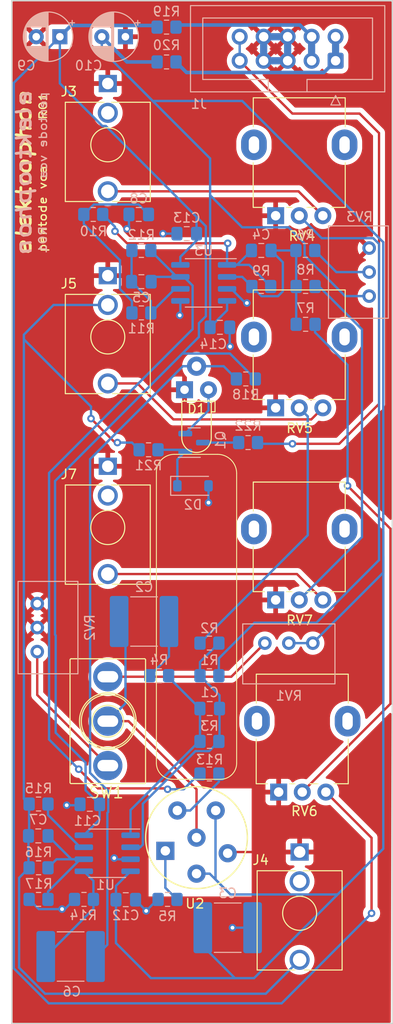
<source format=kicad_pcb>
(kicad_pcb (version 20221018) (generator pcbnew)
  (title_block (title "pentode vca") (date "2023-06-20") (rev "1") (comment 1 "PCB for main circuit") (comment 2 "pentode tube vca") (comment 4 "License CC BY 4.0 - Attribution 4.0 International"))
  (layers (0 "F.Cu" signal) (31 "B.Cu" signal) (34 "B.Paste" user) (35 "F.Paste" user) (36 "B.SilkS" user "B.Silkscreen") (37 "F.SilkS" user "F.Silkscreen") (38 "B.Mask" user) (39 "F.Mask" user) (44 "Edge.Cuts" user))
  (net 0 "")
  (net 1 "Net-(U1A--)")
  (net 2 "Net-(C1-Pad2)")
  (net 3 "Net-(C2-Pad1)")
  (net 4 "Net-(SW1-B)")
  (net 5 "GND")
  (net 6 "-15V")
  (net 7 "Net-(U3A--)")
  (net 8 "Net-(C4-Pad2)")
  (net 9 "Net-(U3B--)")
  (net 10 "Net-(C5-Pad2)")
  (net 11 "+15V")
  (net 12 "Net-(U1B-+)")
  (net 13 "Net-(U1B--)")
  (net 14 "/OUT")
  (net 15 "Net-(C8-Pad1)")
  (net 16 "/VN")
  (net 17 "/VP")
  (net 18 "+5V")
  (net 20 "/RES")
  (net 21 "Net-(J7-PadT)")
  (net 23 "/IN")
  (net 24 "Net-(U2-CATH1)")
  (net 25 "Net-(R6-Pad1)")
  (net 26 "/GAIN")
  (net 27 "/CV1")
  (net 28 "Net-(U2-SCREEN)")
  (net 29 "Net-(R15-Pad1)")
  (net 30 "Net-(SW1-C)")
  (net 31 "Net-(SW1-A)")
  (net 33 "Net-(J3-PadT)")
  (net 34 "Net-(J5-PadT)")
  (net 35 "Net-(D1-A)")
  (net 36 "Net-(D2-K)")
  (net 37 "Net-(Q1-C)")
  (net 38 "Net-(U2-ANODE)")
  (footprint "elektrophon:Potentiometer_Alpha_RD901F-40-00D_Single_Vertical" (layer "F.Cu") (at 81.28 66.04 90)
    (fp_text reference "RV4")
    (fp_text value "A50k")
  )
  (footprint "elektrophon:Potentiometer_Alpha_RD901F-40-00D_Single_Vertical" (layer "F.Cu") (at 81.28 86.36 90)
    (fp_text reference "RV5")
    (fp_text value "A50k")
  )
  (footprint "elektrophon:elektrophon logo" (layer "F.Cu") (at 53.086 68.961 90)
    (fp_text reference "REF**" hide)
    (fp_text value "elektrophon logo" hide)
  )
  (footprint "elektrophon:Jack_3.5mm_WQP-PJ398SM_Vertical" (layer "F.Cu") (at 81.28 147.32)
    (fp_text reference "J4")
    (fp_text value "PJ398SM")
  )
  (footprint "elektrophon:1J24B" (layer "F.Cu") (at 70.358 112.319 180)
    (fp_text reference "U2")
    (fp_text value "1J24B" hide)
  )
  (footprint "elektrophon:Jack_3.5mm_WQP-PJ398SM_Vertical" (layer "F.Cu") (at 60.96 66.04)
    (fp_text reference "J3")
    (fp_text value "PJ398SM")
  )
  (footprint "elektrophon:SPDT_KIT" (layer "F.Cu") (at 60.96 127 180)
    (fp_text reference "SW1")
    (fp_text value "Switch" hide)
  )
  (footprint "elektrophon:Jack_3.5mm_WQP-PJ398SM_Vertical" (layer "F.Cu") (at 60.96 86.36)
    (fp_text reference "J5")
    (fp_text value "PJ398SM")
  )
  (footprint "elektrophon:Potentiometer_Alpha_RD901F-40-00D_Single_Vertical" (layer "F.Cu") (at 81.28 106.68 90)
    (fp_text reference "RV7")
    (fp_text value "50k")
  )
  (footprint "elektrophon:Potentiometer_Alpha_RD901F-40-00D_Single_Vertical" (layer "F.Cu") (at 81.6 127 90)
    (fp_text reference "RV6")
    (fp_text value "A50k")
  )
  (footprint "elektrophon:Jack_3.5mm_WQP-PJ398SM_Vertical" (layer "F.Cu") (at 60.96 106.52)
    (fp_text reference "J7")
    (fp_text value "PJ398SM")
  )
  (footprint "LED_THT:LED_D3.0mm_Horizontal_O1.27mm_Z2.0mm" (layer "F.Cu") (at 69.088 91.948)
    (fp_text reference "D1")
    (fp_text value "LED (Red)")
  )
  (footprint "Resistor_SMD:R_0805_2012Metric_Pad1.20x1.40mm_HandSolder" (layer "B.Cu") (at 53.624 142.509 180)
    (fp_text reference "R16")
    (fp_text value "2.2k")
  )
  (footprint "Resistor_SMD:R_0805_2012Metric_Pad1.20x1.40mm_HandSolder" (layer "B.Cu") (at 67.28881 145.852 180)
    (fp_text reference "R5")
    (fp_text value "750 (0.5W)")
  )
  (footprint "Resistor_SMD:R_0805_2012Metric_Pad1.20x1.40mm_HandSolder" (layer "B.Cu") (at 53.624 145.852 180)
    (fp_text reference "R17")
    (fp_text value "1k")
  )
  (footprint "Resistor_SMD:R_0805_2012Metric_Pad1.20x1.40mm_HandSolder" (layer "B.Cu") (at 71.725 122.19075 180)
    (fp_text reference "R1")
    (fp_text value "20k")
  )
  (footprint "Capacitor_SMD:C_0805_2012Metric_Pad1.18x1.45mm_HandSolder" (layer "B.Cu") (at 59.055 135.793 180)
    (fp_text reference "C11")
    (fp_text value "100n")
  )
  (footprint "Resistor_SMD:R_0805_2012Metric_Pad1.20x1.40mm_HandSolder" (layer "B.Cu") (at 59.42 73.406 180)
    (fp_text reference "R10")
    (fp_text value "10k")
  )
  (footprint "Resistor_SMD:R_0805_2012Metric_Pad1.20x1.40mm_HandSolder" (layer "B.Cu") (at 58.436 145.852 180)
    (fp_text reference "R14")
    (fp_text value "33k")
  )
  (footprint "Potentiometer_THT:Potentiometer_Bourns_3299W_Vertical" (layer "B.Cu") (at 77.597 118.745 180)
    (fp_text reference "RV1")
    (fp_text value "100k")
  )
  (footprint "Resistor_SMD:R_0805_2012Metric_Pad1.20x1.40mm_HandSolder" (layer "B.Cu") (at 53.624 135.763 180)
    (fp_text reference "R15")
    (fp_text value "330")
  )
  (footprint "Resistor_SMD:R_0805_2012Metric_Pad1.20x1.40mm_HandSolder" (layer "B.Cu") (at 71.725 118.745 180)
    (fp_text reference "R2")
    (fp_text value "20k")
  )
  (footprint "Capacitor_SMD:C_0805_2012Metric_Pad1.18x1.45mm_HandSolder" (layer "B.Cu") (at 64.2375 73.406 180)
    (fp_text reference "C8")
    (fp_text value "0.1u")
  )
  (footprint "Resistor_SMD:R_0805_2012Metric_Pad1.20x1.40mm_HandSolder" (layer "B.Cu") (at 71.725 132.588)
    (fp_text reference "R13")
    (fp_text value "100k")
  )
  (footprint "Package_TO_SOT_SMD:SOT-23" (layer "B.Cu") (at 70.104 97.536)
    (fp_text reference "Q1")
    (fp_text value "MMBT3904")
  )
  (footprint "Resistor_SMD:R_0805_2012Metric_Pad1.20x1.40mm_HandSolder" (layer "B.Cu") (at 65.278 98.298)
    (fp_text reference "R21")
    (fp_text value "100k")
  )
  (footprint "Resistor_SMD:R_0805_2012Metric_Pad1.20x1.40mm_HandSolder" (layer "B.Cu") (at 71.725 129.14225)
    (fp_text reference "R3")
    (fp_text value "20k")
  )
  (footprint "Resistor_SMD:R_0805_2012Metric_Pad1.20x1.40mm_HandSolder" (layer "B.Cu") (at 64.516 77.216 180)
    (fp_text reference "R12")
    (fp_text value "220k")
  )
  (footprint "Package_SO:SOIC-8_3.9x4.9mm_P1.27mm" (layer "B.Cu") (at 71.12 80.645 180)
    (fp_text reference "U3")
    (fp_text value "LM358")
  )
  (footprint "Capacitor_SMD:C_0805_2012Metric_Pad1.18x1.45mm_HandSolder" (layer "B.Cu") (at 53.594 139.136 180)
    (fp_text reference "C7")
    (fp_text value "22p (C0G)")
  )
  (footprint "Connector_IDC:IDC-Header_2x05_P2.54mm_Vertical" (layer "B.Cu") (at 85.09 57.15 90)
    (fp_text reference "J1")
    (fp_text value "IDC_Header")
  )
  (footprint "Capacitor_SMD:C_0805_2012Metric_Pad1.18x1.45mm_HandSolder" (layer "B.Cu") (at 62.862405 145.882 180)
    (fp_text reference "C12")
    (fp_text value "100n")
  )
  (footprint "Capacitor_SMD:C_0805_2012Metric_Pad1.18x1.45mm_HandSolder" (layer "B.Cu") (at 64.516 80.518)
    (fp_text reference "C5")
    (fp_text value "22p (C0G)")
  )
  (footprint "Resistor_SMD:R_0805_2012Metric_Pad1.20x1.40mm_HandSolder" (layer "B.Cu") (at 75.819 97.536)
    (fp_text reference "R22")
    (fp_text value "5.1k")
  )
  (footprint "Resistor_SMD:R_0805_2012Metric_Pad1.20x1.40mm_HandSolder" (layer "B.Cu") (at 67.183 57.277)
    (fp_text reference "R20")
    (fp_text value "10")
  )
  (footprint "Resistor_SMD:R_0805_2012Metric_Pad1.20x1.40mm_HandSolder" (layer "B.Cu") (at 75.581 90.805)
    (fp_text reference "R18")
    (fp_text value "100k")
  )
  (footprint "Diode_SMD:D_SOD-123" (layer "B.Cu") (at 69.978 102.108)
    (fp_text reference "D2")
    (fp_text value "1N4148W")
  )
  (footprint "Resistor_SMD:R_0805_2012Metric_Pad1.20x1.40mm_HandSolder" (layer "B.Cu") (at 67.183 53.594 180)
    (fp_text reference "R19")
    (fp_text value "10")
  )
  (footprint "Capacitor_SMD:C_2220_5750Metric_Pad1.97x5.40mm_HandSolder" (layer "B.Cu") (at 64.7995 116.459 180)
    (fp_text reference "C2")
    (fp_text value "470n (C0G)")
  )
  (footprint "Resistor_SMD:R_0805_2012Metric_Pad1.20x1.40mm_HandSolder" (layer "B.Cu") (at 77.216 81.026 180)
    (fp_text reference "R9")
    (fp_text value "220k")
  )
  (footprint "Resistor_SMD:R_0805_2012Metric_Pad1.20x1.40mm_HandSolder" (layer "B.Cu") (at 81.885 77.216 180)
    (fp_text reference "R6")
    (fp_text value "100k")
  )
  (footprint "Capacitor_THT:CP_Radial_D5.0mm_P2.50mm" (layer "B.Cu") (at 55.88 54.61 180)
    (fp_text reference "C9")
    (fp_text value "10u")
  )
  (footprint "Capacitor_THT:CP_Radial_D5.0mm_P2.50mm" (layer "B.Cu") (at 62.825 54.61 180)
    (fp_text reference "C10")
    (fp_text value "10u")
  )
  (footprint "Capacitor_SMD:C_0805_2012Metric_Pad1.18x1.45mm_HandSolder" (layer "B.Cu") (at 77.216 77.216 180)
    (fp_text reference "C4")
    (fp_text value "22p (C0G)")
  )
  (footprint "Resistor_SMD:R_0805_2012Metric_Pad1.20x1.40mm_HandSolder" (layer "B.Cu") (at 66.405 122.19075 180)
    (fp_text reference "R4")
    (fp_text value "2.2k")
  )
  (footprint "Capacitor_SMD:C_0805_2012Metric_Pad1.18x1.45mm_HandSolder" (layer "B.Cu") (at 69.3205 75.438 180)
    (fp_text reference "C13")
    (fp_text value "100n")
  )
  (footprint "Resistor_SMD:R_0805_2012Metric_Pad1.20x1.40mm_HandSolder" (layer "B.Cu") (at 81.915 81.026)
    (fp_text reference "R8")
    (fp_text value "100k")
  )
  (footprint "Resistor_SMD:R_0805_2012Metric_Pad1.20x1.40mm_HandSolder" (layer "B.Cu") (at 81.915 85.026)
    (fp_text reference "R7")
    (fp_text value "100k")
  )
  (footprint "Capacitor_SMD:C_2220_5750Metric_Pad1.97x5.40mm_HandSolder" (layer "B.Cu") (at 73.66 148.844 180)
    (fp_text reference "C3")
    (fp_text value "47u")
  )
  (footprint "Potentiometer_THT:Potentiometer_Bourns_3299W_Vertical" (layer "B.Cu") (at 53.485 119.644 -90)
    (fp_text reference "RV2")
    (fp_text value "1meg")
  )
  (footprint "Package_SO:SOIC-8_3.9x4.9mm_P1.27mm" (layer "B.Cu") (at 60.895 140.97 180)
    (fp_text reference "U1")
    (fp_text value "TL072")
  )
  (footprint "Capacitor_SMD:C_0805_2012Metric_Pad1.18x1.45mm_HandSolder" (layer "B.Cu") (at 72.836 85.344 180)
    (fp_text reference "C14")
    (fp_text value "100n")
  )
  (footprint "Capacitor_SMD:C_0805_2012Metric_Pad1.18x1.45mm_HandSolder" (layer "B.Cu") (at 71.755 125.6665 180)
    (fp_text reference "C1")
    (fp_text value "22p (C0G)")
  )
  (footprint "Capacitor_SMD:C_2220_5750Metric_Pad1.97x5.40mm_HandSolder" (layer "B.Cu") (at 57.023 151.892 180)
    (fp_text reference "C6")
    (fp_text value "470n (C0G)")
  )
  (footprint "Resistor_SMD:R_0805_2012Metric_Pad1.20x1.40mm_HandSolder" (layer "B.Cu") (at 64.516 83.82)
    (fp_text reference "R11")
    (fp_text value "100k")
  )
  (footprint "Potentiometer_THT:Potentiometer_Bourns_3299W_Vertical" (layer "B.Cu") (at 88.646 76.962 90)
    (fp_text reference "RV3")
    (fp_text value "100k")
  )
  (gr_line (start 50.8 50.8) (end 50.8 158.98) (stroke (width 0.15)) (layer "Edge.Cuts"))
  (gr_line (start 91.1 158.98) (end 50.8 158.98) (stroke (width 0.15)) (layer "Edge.Cuts"))
  (gr_line (start 91.1 50.8) (end 91.1 158.98) (stroke (width 0.15)) (layer "Edge.Cuts"))
  (gr_line (start 91.1 50.8) (end 50.8 50.8) (stroke (width 0.15)) (layer "Edge.Cuts"))
  (segment (start 71.7 130.16725) (end 70.23875 130.16725) (width 0.25) (layer "B.Cu") (net 1))
  (segment (start 64.67 135.736) (end 64.67 140.054) (width 0.25) (layer "B.Cu") (net 1))
  (segment (start 72.7925 129.07475) (end 72.725 129.14225) (width 0.25) (layer "B.Cu") (net 1))
  (segment (start 72.7925 124.25825) (end 72.7925 125.6665) (width 0.25) (layer "B.Cu") (net 1))
  (segment (start 70.725 120.745) (end 70.725 122.19075) (width 0.25) (layer "B.Cu") (net 1))
  (segment (start 72.725 129.14225) (end 71.7 130.16725) (width 0.25) (layer "B.Cu") (net 1))
  (segment (start 64.67 140.054) (end 64.389 140.335) (width 0.25) (layer "B.Cu") (net 1))
  (segment (start 64.389 140.335) (end 63.37 140.335) (width 0.25) (layer "B.Cu") (net 1))
  (segment (start 72.725 118.745) (end 70.725 120.745) (width 0.25) (layer "B.Cu") (net 1))
  (segment (start 72.7925 125.6665) (end 72.7925 129.07475) (width 0.25) (layer "B.Cu") (net 1))
  (segment (start 70.23875 130.16725) (end 64.67 135.736) (width 0.25) (layer "B.Cu") (net 1))
  (segment (start 70.725 122.19075) (end 72.7925 124.25825) (width 0.25) (layer "B.Cu") (net 1))
  (segment (start 70.62806 129.14225) (end 70.725 129.14225) (width 0.25) (layer "B.Cu") (net 2))
  (segment (start 70.725 125.674) (end 70.7175 125.6665) (width 0.25) (layer "B.Cu") (net 2))
  (segment (start 70.725 129.14225) (end 70.725 125.674) (width 0.25) (layer "B.Cu") (net 2))
  (segment (start 63.37 136.40031) (end 70.62806 129.14225) (width 0.25) (layer "B.Cu") (net 2))
  (segment (start 63.37 139.065) (end 63.37 136.40031) (width 0.25) (layer "B.Cu") (net 2))
  (segment (start 67.405 122.19075) (end 67.405 122.354) (width 0.25) (layer "B.Cu") (net 2))
  (segment (start 67.405 122.354) (end 70.7175 125.6665) (width 0.25) (layer "B.Cu") (net 2))
  (segment (start 67.437 116.459) (end 67.437 120.15875) (width 0.25) (layer "B.Cu") (net 3))
  (segment (start 67.437 120.15875) (end 65.405 122.19075) (width 0.25) (layer "B.Cu") (net 3))
  (segment (start 70.358 134.205969) (end 70.358 139.319) (width 0.25) (layer "F.Cu") (net 4))
  (segment (start 60.96 127) (end 63.152031 127) (width 0.25) (layer "F.Cu") (net 4))
  (segment (start 63.152031 127) (end 70.358 134.205969) (width 0.25) (layer "F.Cu") (net 4))
  (segment (start 62.835 117.132) (end 62.835 125.125) (width 0.25) (layer "B.Cu") (net 4))
  (segment (start 62.835 125.125) (end 60.96 127) (width 0.25) (layer "B.Cu") (net 4))
  (segment (start 62.162 116.459) (end 62.835 117.132) (width 0.25) (layer "B.Cu") (net 4))
  (segment (start 73.79 140.84) (end 73.66 140.97) (width 0.25) (layer "F.Cu") (net 5))
  (segment (start 81.28 140.84) (end 73.79 140.84) (width 0.25) (layer "F.Cu") (net 5))
  (segment (start 79.06 134.94) (end 79.06 134.5) (width 0.25) (layer "F.Cu") (net 5))
  (via (at 62.992 74.93) (size 0.8) (drill 0.4) (layers "F.Cu" "B.Cu") (net 5))
  (via (at 68.58 84.074) (size 0.8) (drill 0.4) (layers "F.Cu" "B.Cu") (net 5))
  (via (at 65.024 147.066) (size 0.8) (drill 0.4) (layers "F.Cu" "B.Cu") (net 5))
  (via (at 74.168 148.844) (size 0.8) (drill 0.4) (layers "F.Cu" "B.Cu") (net 5))
  (via (at 56.6045 135.89) (size 0.8) (drill 0.4) (layers "F.Cu" "B.Cu") (net 5))
  (via (at 66.802 75.438) (size 0.8) (drill 0.4) (layers "F.Cu" "B.Cu") (net 5))
  (via (at 73.914 87.376) (size 0.8) (drill 0.4) (layers "F.Cu" "B.Cu") (net 5))
  (via (at 61.636905 141.478) (size 0.8) (drill 0.4) (layers "F.Cu" "B.Cu") (net 5))
  (via (at 71.628 103.886) (size 0.8) (drill 0.4) (layers "F.Cu" "B.Cu") (net 5))
  (via (at 75.692 82.7755) (size 0.8) (drill 0.4) (layers "F.Cu" "B.Cu") (net 5))
  (via (at 56.114099 146.877001) (size 0.8) (drill 0.4) (layers "F.Cu" "B.Cu") (net 5))
  (segment (start 53.649001 146.877001) (end 56.114099 146.877001) (width 0.25) (layer "B.Cu") (net 5))
  (segment (start 63.37 141.605) (end 61.763905 141.605) (width 0.25) (layer "B.Cu") (net 5))
  (segment (start 58.0175 135.89) (end 56.6045 135.89) (width 0.25) (layer "B.Cu") (net 5))
  (segment (start 80.01 57.15) (end 77.47 57.15) (width 0.762) (layer "B.Cu") (net 5))
  (segment (start 71.628 102.108) (end 71.628 103.886) (width 0.25) (layer "B.Cu") (net 5))
  (segment (start 68.645 82.55) (end 68.645 84.009) (width 0.25) (layer "B.Cu") (net 5))
  (segment (start 52.624 145.852) (end 53.649001 146.877001) (width 0.25) (layer "B.Cu") (net 5))
  (segment (start 68.645 84.009) (end 68.58 84.074) (width 0.25) (layer "B.Cu") (net 5))
  (segment (start 73.8735 85.344) (end 73.8735 87.3355) (width 0.25) (layer "B.Cu") (net 5))
  (segment (start 63.7755 145.8175) (end 65.024 147.066) (width 0.25) (layer "B.Cu") (net 5))
  (segment (start 73.595 81.28) (end 74.04031 81.28) (width 0.25) (layer "B.Cu") (net 5))
  (segment (start 77.47 54.61) (end 80.01 54.61) (width 0.762) (layer "B.Cu") (net 5))
  (segment (start 77.47 57.15) (end 77.47 54.61) (width 0.762) (layer "B.Cu") (net 5))
  (segment (start 63.2 73.406) (end 63.2 74.722) (width 0.25) (layer "B.Cu") (net 5))
  (segment (start 56.410999 146.877001) (end 56.114099 146.877001) (width 0.25) (layer "B.Cu") (net 5))
  (segment (start 80.01 54.61) (end 80.01 57.15) (width 0.762) (layer "B.Cu") (net 5))
  (segment (start 73.8735 87.3355) (end 73.914 87.376) (width 0.25) (layer "B.Cu") (net 5))
  (segment (start 76.2975 148.844) (end 74.168 148.844) (width 0.25) (layer "B.Cu") (net 5))
  (segment (start 68.283 75.438) (end 66.802 75.438) (width 0.25) (layer "B.Cu") (net 5))
  (segment (start 63.2 74.722) (end 62.992 74.93) (width 0.25) (layer "B.Cu") (net 5))
  (segment (start 57.436 145.852) (end 56.410999 146.877001) (width 0.25) (layer "B.Cu") (net 5))
  (segment (start 74.04031 81.28) (end 75.53581 82.7755) (width 0.25) (layer "B.Cu") (net 5))
  (segment (start 66.28881 145.852) (end 66.238 145.852) (width 0.25) (layer "B.Cu") (net 5))
  (segment (start 66.238 145.852) (end 65.024 147.066) (width 0.25) (layer "B.Cu") (net 5))
  (segment (start 61.763905 141.605) (end 61.636905 141.478) (width 0.25) (layer "B.Cu") (net 5))
  (segment (start 75.53581 82.7755) (end 75.692 82.7755) (width 0.25) (layer "B.Cu") (net 5))
  (segment (start 62.992 57.277) (end 60.325 54.61) (width 0.381) (layer "B.Cu") (net 6))
  (segment (start 71.0225 150.7785) (end 71.0225 148.844) (width 0.25) (layer "B.Cu") (net 6))
  (segment (start 81.81 77.754173) (end 81.81 76.476) (width 0.25) (layer "B.Cu") (net 6))
  (segment (start 90.141 109.601) (end 90.141 140.491) (width 0.25) (layer "B.Cu") (net 6))
  (segment (start 62.484 58.166) (end 65.7225 61.4045) (width 0.25) (layer "B.Cu") (net 6))
  (segment (start 85.302 145.33) (end 73.956 145.33) (width 0.25) (layer "B.Cu") (net 6))
  (segment (start 71.7985 67.4805) (end 71.7985 71.374) (width 0.25) (layer "B.Cu") (net 6))
  (segment (start 75.202044 61.4045) (end 90.141 76.343456) (width 0.25) (layer "B.Cu") (net 6))
  (segment (start 86.5505 144.0815) (end 76.454 154.178) (width 0.25) (layer "B.Cu") (net 6))
  (segment (start 80.137 118.745) (end 82.677 118.745) (width 0.25) (layer "B.Cu") (net 6))
  (segment (start 71.7985 71.374) (end 71.7985 85.344) (width 0.25) (layer "B.Cu") (net 6))
  (segment (start 74.422 154.178) (end 65.532 154.178) (width 0.25) (layer "B.Cu") (net 6))
  (segment (start 61.824905 145.882) (end 61.824905 144.420095) (width 0.25) (layer "B.Cu") (net 6))
  (segment (start 62.484 58.166) (end 60.325 56.007) (width 0.25) (layer "B.Cu") (net 6))
  (segment (start 88.646 82.042) (end 86.097827 82.042) (width 0.25) (layer "B.Cu") (net 6))
  (segment (start 80.099 74.765) (end 75.1895 74.765) (width 0.25) (layer "B.Cu") (net 6))
  (segment (start 73.595 83.5475) (end 71.7985 85.344) (width 0.25) (layer "B.Cu") (net 6))
  (segment (start 86.5505 144.0815) (end 85.302 145.33) (width 0.25) (layer "B.Cu") (net 6))
  (segment (start 60.325 56.007) (end 60.325 54.61) (width 0.25) (layer "B.Cu") (net 6))
  (segment (start 75.1895 74.765) (end 71.7985 71.374) (width 0.25) (layer "B.Cu") (net 6))
  (segment (start 61.824905 144.420095) (end 63.37 142.875) (width 0.25) (layer "B.Cu") (net 6))
  (segment (start 73.956 145.33) (end 72.5805 143.9545) (width 0.25) (layer "B.Cu") (net 6))
  (segment (start 71.755 143.129) (end 70.358 143.129) (width 0.25) (layer "B.Cu") (net 6))
  (segment (start 72.3698 136.4692) (end 72.3698 143.7438) (width 0.25) (layer "B.Cu") (net 6))
  (segment (start 86.097827 82.042) (end 81.81 77.754173) (width 0.25) (layer "B.Cu") (net 6))
  (segment (start 90.141 109.601) (end 90.141 111.281) (width 0.25) (layer "B.Cu") (net 6))
  (segment (start 76.454 154.178) (end 74.422 154.178) (width 0.25) (layer "B.Cu") (net 6))
  (segment (start 73.595 82.55) (end 73.595 83.5475) (width 0.25) (layer "B.Cu") (net 6))
  (segment (start 90.141 76.343456) (end 90.141 109.601) (width 0.25) (layer "B.Cu") (net 6))
  (segment (start 72.5805 143.9545) (end 72.9615 144.3355) (width 0.25) (layer "B.Cu") (net 6))
  (segment (start 71.755 143.129) (end 72.9615 144.3355) (width 0.25) (layer "B.Cu") (net 6))
  (segment (start 72.3698 143.7438) (end 72.5805 143.9545) (width 0.25) (layer "B.Cu") (net 6))
  (segment (start 61.824905 150.470905) (end 61.824905 145.882) (width 0.25) (layer "B.Cu") (net 6))
  (segment (start 82.677 118.745) (end 90.141 111.281) (width 0.25) (layer "B.Cu") (net 6))
  (segment (start 66.183 57.277) (end 62.992 57.277) (width 0.381) (layer "B.Cu") (net 6))
  (segment (start 90.141 140.491) (end 86.5505 144.0815) (width 0.25) (layer "B.Cu") (net 6))
  (segment (start 65.7225 61.4045) (end 75.202044 61.4045) (width 0.25) (layer "B.Cu") (net 6))
  (segment (start 81.81 76.476) (end 80.099 74.765) (width 0.25) (layer "B.Cu") (net 6))
  (segment (start 62.484 58.166) (end 71.7985 67.4805) (width 0.25) (layer "B.Cu") (net 6))
  (segment (start 71.0225 150.7785) (end 74.422 154.178) (width 0.25) (layer "B.Cu") (net 6))
  (segment (start 65.532 154.178) (end 61.824905 150.470905) (width 0.25) (layer "B.Cu") (net 6))
  (segment (start 72.39 136.449) (end 72.3698 136.4692) (width 0.25) (layer "B.Cu") (net 6))
  (segment (start 75.2 80.01) (end 73.595 80.01) (width 0.25) (layer "B.Cu") (net 7))
  (segment (start 78.2535 77.216) (end 79.502 78.4645) (width 0.25) (layer "B.Cu") (net 7))
  (segment (start 78.985 82.051) (end 77.241 82.051) (width 0.25) (layer "B.Cu") (net 7))
  (segment (start 80.915 77.246) (end 80.885 77.216) (width 0.25) (layer "B.Cu") (net 7))
  (segment (start 80.915 85.026) (end 80.915 81.026) (width 0.25) (layer "B.Cu") (net 7))
  (segment (start 80.885 77.216) (end 78.2535 77.216) (width 0.25) (layer "B.Cu") (net 7))
  (segment (start 79.502 78.4645) (end 79.502 81.534) (width 0.25) (layer "B.Cu") (net 7))
  (segment (start 76.216 81.026) (end 75.2 80.01) (width 0.25) (layer "B.Cu") (net 7))
  (segment (start 77.241 82.051) (end 76.216 81.026) (width 0.25) (layer "B.Cu") (net 7))
  (segment (start 79.502 81.534) (end 78.985 82.051) (width 0.25) (layer "B.Cu") (net 7))
  (segment (start 80.915 81.026) (end 80.915 77.246) (width 0.25) (layer "B.Cu") (net 7))
  (segment (start 73.66 76.454) (end 62.992 76.454) (width 0.25) (layer "F.Cu") (net 8))
  (segment (start 62.992 76.454) (end 61.722 75.184) (width 0.25) (layer "F.Cu") (net 8))
  (via (at 61.722 75.184) (size 0.8) (drill 0.4) (layers "F.Cu" "B.Cu") (net 8))
  (via (at 73.66 76.454) (size 0.8) (drill 0.4) (layers "F.Cu" "B.Cu") (net 8))
  (segment (start 76.1785 77.216) (end 74.6545 78.74) (width 0.25) (layer "B.Cu") (net 8))
  (segment (start 61.722 74.708) (end 61.722 75.184) (width 0.25) (layer "B.Cu") (net 8))
  (segment (start 60.42 73.406) (end 61.722 74.708) (width 0.25) (layer "B.Cu") (net 8))
  (segment (start 75.93 78.74) (end 73.595 78.74) (width 0.25) (layer "B.Cu") (net 8))
  (segment (start 73.595 76.519) (end 73.66 76.454) (width 0.25) (layer "B.Cu") (net 8))
  (segment (start 74.6545 78.74) (end 73.595 78.74) (width 0.25) (layer "B.Cu") (net 8))
  (segment (start 73.595 78.74) (end 73.595 76.519) (width 0.25) (layer "B.Cu") (net 8))
  (segment (start 78.216 81.026) (end 75.93 78.74) (width 0.25) (layer "B.Cu") (net 8))
  (segment (start 63.4785 80.518) (end 63.4785 77.2535) (width 0.25) (layer "B.Cu") (net 9))
  (segment (start 63.4785 77.2535) (end 63.516 77.216) (width 0.25) (layer "B.Cu") (net 9))
  (segment (start 65.516 82.5555) (end 63.4785 80.518) (width 0.25) (layer "B.Cu") (net 9))
  (segment (start 68.645 81.28) (end 68.056 81.28) (width 0.25) (layer "B.Cu") (net 9))
  (segment (start 65.516 83.82) (end 65.516 82.5555) (width 0.25) (layer "B.Cu") (net 9))
  (segment (start 68.056 81.28) (end 65.516 83.82) (width 0.25) (layer "B.Cu") (net 9))
  (segment (start 57.880999 132.08) (end 59.912999 134.112) (width 0.25) (layer "F.Cu") (net 10))
  (segment (start 59.912999 134.112) (end 67.201773 134.112) (width 0.25) (layer "F.Cu") (net 10))
  (segment (start 67.201773 134.112) (end 67.291273 134.2015) (width 0.25) (layer "F.Cu") (net 10))
  (via (at 67.291273 134.2015) (size 0.8) (drill 0.4) (layers "F.Cu" "B.Cu") (net 10))
  (via (at 57.880999 132.08) (size 0.8) (drill 0.4) (layers "F.Cu" "B.Cu") (net 10))
  (segment (start 54.737 128.936001) (end 57.880999 132.08) (width 0.25) (layer "B.Cu") (net 10))
  (segment (start 68.9985 134.2015) (end 67.291273 134.2015) (width 0.25) (layer "B.Cu") (net 10))
  (segment (start 68.645 80.01) (end 66.0615 80.01) (width 0.25) (layer "B.Cu") (net 10))
  (segment (start 65.516 77.216) (end 65.516 77.257751) (width 0.25) (layer "B.Cu") (net 10))
  (segment (start 66.0615 80.01) (end 65.5535 80.518) (width 0.25) (layer "B.Cu") (net 10))
  (segment (start 69.945 80.933249) (end 69.945 85.535972) (width 0.25) (layer "B.Cu") (net 10))
  (segment (start 69.945 85.535972) (end 54.737 100.743972) (width 0.25) (layer "B.Cu") (net 10))
  (segment (start 65.516 77.257751) (end 68.268249 80.01) (width 0.25) (layer "B.Cu") (net 10))
  (segment (start 68.645 80.01) (end 69.021751 80.01) (width 0.25) (layer "B.Cu") (net 10))
  (segment (start 69.021751 80.01) (end 69.945 80.933249) (width 0.25) (layer "B.Cu") (net 10))
  (segment (start 68.268249 80.01) (end 68.645 80.01) (width 0.25) (layer "B.Cu") (net 10))
  (segment (start 54.737 100.743972) (end 54.737 128.936001) (width 0.25) (layer "B.Cu") (net 10))
  (segment (start 70.612 132.588) (end 68.9985 134.2015) (width 0.25) (layer "B.Cu") (net 10))
  (segment (start 88.9 147.32) (end 88.9 139.34) (width 0.25) (layer "F.Cu") (net 11))
  (segment (start 88.9 139.34) (end 84.06 134.5) (width 0.25) (layer "F.Cu") (net 11))
  (via (at 88.9 147.32) (size 0.8) (drill 0.4) (layers "F.Cu" "B.Cu") (net 11))
  (segment (start 55.372 101.6) (end 68.7705 88.2015) (width 0.25) (layer "B.Cu") (net 11))
  (segment (start 60.0925 137.3925) (end 58.42 139.065) (width 0.25) (layer "B.Cu") (net 11))
  (segment (start 70.612 84.904827) (end 71.3485 84.168327) (width 0.25) (layer "B.Cu") (net 11))
  (segment (start 51 59.49) (end 51 153.142863) (width 0.25) (layer "B.Cu") (net 11))
  (segment (start 70.358 73.66) (end 70.358 75.438) (width 0.25) (layer "B.Cu") (net 11))
  (segment (start 58.605499 131.385811) (end 55.440501 128.220813) (width 0.25) (layer "B.Cu") (net 11))
  (segment (start 54.702137 156.845) (end 79.375 156.845) (width 0.25) (layer "B.Cu") (net 11))
  (segment (start 68.854 88.118) (end 68.7705 88.2015) (width 0.25) (layer "B.Cu") (net 11))
  (segment (start 60.384243 64.05) (end 55.88 59.545757) (width 0.25) (layer "B.Cu") (net 11))
  (segment (start 70.104 73.406) (end 70.358 73.66) (width 0.25) (layer "B.Cu") (net 11))
  (segment (start 51 153.142863) (end 54.702137 156.845) (width 0.25) (layer "B.Cu") (net 11))
  (segment (start 76.581 90.805) (end 73.894 88.118) (width 0.25) (layer "B.Cu") (net 11))
  (segment (start 58.605499 134.305999) (end 58.605499 131.385811) (width 0.25) (layer "B.Cu") (net 11))
  (segment (start 70.176122 75.534622) (end 70.5875 75.946) (width 0.25) (layer "B.Cu") (net 11))
  (segment (start 71.3485 74.6505) (end 70.104 73.406) (width 0.25) (layer "B.Cu") (net 11))
  (segment (start 57.0705 53.4195) (end 55.88 54.61) (width 0.381) (layer "B.Cu") (net 11))
  (segment (start 60.0925 135.793) (end 60.0925 137.3925) (width 0.25) (layer "B.Cu") (net 11))
  (segment (start 60.748 64.05) (end 60.384243 64.05) (width 0.25) (layer "B.Cu") (net 11))
  (segment (start 70.5875 75.946) (end 68.645 77.8885) (width 0.25) (layer "B.Cu") (net 11))
  (segment (start 79.375 156.845) (end 88.9 147.32) (width 0.25) (layer "B.Cu") (net 11))
  (segment (start 55.440501 117.923811) (end 55.372 117.85531) (width 0.25) (layer "B.Cu") (net 11))
  (segment (start 66.183 53.594) (end 66.0085 53.4195) (width 0.381) (layer "B.Cu") (net 11))
  (segment (start 68.645 77.8885) (end 68.645 78.74) (width 0.25) (layer "B.Cu") (net 11))
  (segment (start 55.88 54.61) (end 51 59.49) (width 0.25) (layer "B.Cu") (net 11))
  (segment (start 60.0925 135.793) (end 58.605499 134.305999) (width 0.25) (layer "B.Cu") (net 11))
  (segment (start 55.88 59.545757) (end 55.88 54.61) (width 0.25) (layer "B.Cu") (net 11))
  (segment (start 73.894 88.118) (end 68.854 88.118) (width 0.25) (layer "B.Cu") (net 11))
  (segment (start 70.104 73.406) (end 60.748 64.05) (width 0.25) (layer "B.Cu") (net 11))
  (segment (start 55.440501 128.220813) (end 55.440501 117.923811) (width 0.25) (layer "B.Cu") (net 11))
  (segment (start 55.372 117.85531) (end 55.372 101.6) (width 0.25) (layer "B.Cu") (net 11))
  (segment (start 66.0085 53.4195) (end 57.0705 53.4195) (width 0.381) (layer "B.Cu") (net 11))
  (segment (start 71.3485 84.168327) (end 71.3485 74.6505) (width 0.25) (layer "B.Cu") (net 11))
  (segment (start 68.7705 88.2015) (end 70.612 86.36) (width 0.25) (layer "B.Cu") (net 11))
  (segment (start 70.612 86.36) (end 70.612 84.904827) (width 0.25) (layer "B.Cu") (net 11))
  (segment (start 59.436 145.852) (end 59.436 146.8415) (width 0.25) (layer "B.Cu") (net 12))
  (segment (start 59.436 146.8415) (end 54.3855 151.892) (width 0.25) (layer "B.Cu") (net 12))
  (segment (start 59.436 145.852) (end 59.436 143.891) (width 0.25) (layer "B.Cu") (net 12))
  (segment (start 59.436 143.891) (end 58.42 142.875) (width 0.25) (layer "B.Cu") (net 12))
  (segment (start 58.043249 141.605) (end 58.42 141.605) (width 0.25) (layer "B.Cu") (net 13))
  (segment (start 57.1005 141.605) (end 58.42 141.605) (width 0.25) (layer "B.Cu") (net 13))
  (segment (start 54.624 145.024249) (end 58.043249 141.605) (width 0.25) (layer "B.Cu") (net 13))
  (segment (start 55.528 141.605) (end 58.42 141.605) (width 0.25) (layer "B.Cu") (net 13))
  (segment (start 54.624 142.509) (end 55.528 141.605) (width 0.25) (layer "B.Cu") (net 13))
  (segment (start 54.624 145.852) (end 54.624 145.024249) (width 0.25) (layer "B.Cu") (net 13))
  (segment (start 54.6315 139.136) (end 57.1005 141.605) (width 0.25) (layer "B.Cu") (net 13))
  (segment (start 61.722 97.536) (end 61.976 97.536) (width 0.25) (layer "F.Cu") (net 14))
  (segment (start 59.182 94.996) (end 61.722 97.536) (width 0.25) (layer "F.Cu") (net 14))
  (via (at 61.976 97.536) (size 0.8) (drill 0.4) (layers "F.Cu" "B.Cu") (net 14))
  (via (at 59.182 94.996) (size 0.8) (drill 0.4) (layers "F.Cu" "B.Cu") (net 14))
  (segment (start 61.976 97.536) (end 63.516 97.536) (width 0.25) (layer "B.Cu") (net 14))
  (segment (start 52.07 86.122) (end 55.212 82.98) (width 0.25) (layer "B.Cu") (net 14))
  (segment (start 52.624 139.0685) (end 52.5565 139.136) (width 0.25) (layer "B.Cu") (net 14))
  (segment (start 51.562 143.571) (end 51.562 153.069173) (width 0.25) (layer "B.Cu") (net 14))
  (segment (start 52.07 86.614) (end 52.07 86.122) (width 0.25) (layer "B.Cu") (net 14))
  (segment (start 52.07 135.209) (end 52.07 86.122) (width 0.25) (layer "B.Cu") (net 14))
  (segment (start 52.5565 139.136) (end 52.5565 142.4415) (width 0.25) (layer "B.Cu") (net 14))
  (segment (start 52.624 135.763) (end 52.07 135.209) (width 0.25) (layer "B.Cu") (net 14))
  (segment (start 55.212 82.98) (end 60.96 82.98) (width 0.25) (layer "B.Cu") (net 14))
  (segment (start 59.182 93.726) (end 52.07 86.614) (width 0.25) (layer "B.Cu") (net 14))
  (segment (start 52.624 142.509) (end 51.562 143.571) (width 0.25) (layer "B.Cu") (net 14))
  (segment (start 77.691 155.829) (end 81.28 152.24) (width 0.25) (layer "B.Cu") (net 14))
  (segment (start 59.182 94.996) (end 59.182 93.726) (width 0.25) (layer "B.Cu") (net 14))
  (segment (start 51.562 153.069173) (end 54.321827 155.829) (width 0.25) (layer "B.Cu") (net 14))
  (segment (start 54.321827 155.829) (end 77.691 155.829) (width 0.25) (layer "B.Cu") (net 14))
  (segment (start 52.624 135.763) (end 52.624 139.0685) (width 0.25) (layer "B.Cu") (net 14))
  (segment (start 52.5565 142.4415) (end 52.624 142.509) (width 0.25) (layer "B.Cu") (net 14))
  (segment (start 63.516 97.536) (end 64.278 98.298) (width 0.25) (layer "B.Cu") (net 14))
  (segment (start 58.42 74.422) (end 58.42 73.406) (width 0.25) (layer "B.Cu") (net 15))
  (segment (start 62.25 78.252) (end 58.42 74.422) (width 0.25) (layer "B.Cu") (net 15))
  (segment (start 62.25 81.3) (end 62.25 78.252) (width 0.25) (layer "B.Cu") (net 15))
  (segment (start 65.275 73.406) (end 64.219 72.35) (width 0.25) (layer "B.Cu") (net 15))
  (segment (start 64.219 72.35) (end 59.476 72.35) (width 0.25) (layer "B.Cu") (net 15))
  (segment (start 63.516 83.82) (end 63.516 82.566) (width 0.25) (layer "B.Cu") (net 15))
  (segment (start 63.516 82.566) (end 62.25 81.3) (width 0.25) (layer "B.Cu") (net 15))
  (segment (start 59.476 72.35) (end 58.42 73.406) (width 0.25) (layer "B.Cu") (net 15))
  (segment (start 85.09 54.61) (end 85.09 57.15) (width 0.762) (layer "B.Cu") (net 16))
  (segment (start 68.183 57.277) (end 69.2965 58.3905) (width 0.381) (layer "B.Cu") (net 16))
  (segment (start 69.2965 58.3905) (end 83.8495 58.3905) (width 0.381) (layer "B.Cu") (net 16))
  (segment (start 83.8495 58.3905) (end 85.09 57.15) (width 0.381) (layer "B.Cu") (net 16))
  (segment (start 68.183 53.594) (end 68.4075 53.3695) (width 0.381) (layer "B.Cu") (net 17))
  (segment (start 82.55 57.15) (end 82.55 54.61) (width 0.762) (layer "B.Cu") (net 17))
  (segment (start 81.3095 53.3695) (end 82.55 54.61) (width 0.381) (layer "B.Cu") (net 17))
  (segment (start 68.4075 53.3695) (end 81.3095 53.3695) (width 0.381) (layer "B.Cu") (net 17))
  (segment (start 89.691 93.443) (end 89.691 64.799) (width 0.25) (layer "F.Cu") (net 18))
  (segment (start 85.471 97.663) (end 89.691 93.443) (width 0.25) (layer "F.Cu") (net 18))
  (segment (start 89.691 64.799) (end 87.63 62.738) (width 0.25) (layer "F.Cu") (net 18))
  (segment (start 80.518 97.663) (end 85.471 97.663) (width 0.25) (layer "F.Cu") (net 18))
  (segment (start 87.63 62.738) (end 80.518 62.738) (width 0.25) (layer "F.Cu") (net 18))
  (segment (start 80.518 62.738) (end 74.93 57.15) (width 0.25) (layer "F.Cu") (net 18))
  (via (at 80.518 97.663) (size 0.8) (drill 0.4) (layers "F.Cu" "B.Cu") (net 18))
  (segment (start 80.518 97.663) (end 76.946 97.663) (width 0.25) (layer "B.Cu") (net 18))
  (segment (start 74.93 57.15) (end 74.93 54.61) (width 0.25) (layer "B.Cu") (net 18))
  (segment (start 76.946 97.663) (end 76.819 97.536) (width 0.25) (layer "B.Cu") (net 18))
  (segment (start 82.14 94.76) (end 81.24 93.86) (width 0.25) (layer "B.Cu") (net 20))
  (segment (start 82.14 107.33) (end 82.14 94.76) (width 0.25) (layer "B.Cu") (net 20))
  (segment (start 70.725 118.745) (end 82.14 107.33) (width 0.25) (layer "B.Cu") (net 20))
  (segment (start 81 111.44) (end 60.96 111.44) (width 0.25) (layer "F.Cu") (net 21))
  (segment (start 83.74 114.18) (end 81 111.44) (width 0.25) (layer "F.Cu") (net 21))
  (segment (start 83.066412 116.586) (end 89.691 109.961412) (width 0.25) (layer "B.Cu") (net 23))
  (segment (start 89.078854 75.917) (end 83.617 75.917) (width 0.25) (layer "B.Cu") (net 23))
  (segment (start 89.691 76.529146) (end 89.078854 75.917) (width 0.25) (layer "B.Cu") (net 23))
  (segment (start 89.691 109.961412) (end 89.691 76.529146) (width 0.25) (layer "B.Cu") (net 23))
  (segment (start 83.617 75.917) (end 81.24 73.54) (width 0.25) (layer "B.Cu") (net 23))
  (segment (start 72.725 120.358173) (end 72.725 122.19075) (width 0.25) (layer "B.Cu") (net 23))
  (segment (start 76.497173 116.586) (end 72.725 120.358173) (width 0.25) (layer "B.Cu") (net 23))
  (segment (start 76.497173 116.586) (end 83.066412 116.586) (width 0.25) (layer "B.Cu") (net 23))
  (segment (start 68.28881 145.852) (end 67.056 144.61919) (width 0.25) (layer "B.Cu") (net 24))
  (segment (start 67.056 144.61919) (end 67.056 140.716) (width 0.25) (layer "B.Cu") (net 24))
  (segment (start 82.885 77.216) (end 85.171 79.502) (width 0.25) (layer "B.Cu") (net 25))
  (segment (start 85.171 79.502) (end 88.646 79.502) (width 0.25) (layer "B.Cu") (net 25))
  (segment (start 90.9 125.16) (end 90.9 106.648) (width 0.25) (layer "F.Cu") (net 26))
  (segment (start 81.56 134.5) (end 90.9 125.16) (width 0.25) (layer "F.Cu") (net 26))
  (segment (start 90.9 106.648) (end 86.36 102.108) (width 0.25) (layer "F.Cu") (net 26))
  (via (at 86.36 102.108) (size 0.8) (drill 0.4) (layers "F.Cu" "B.Cu") (net 26))
  (segment (start 82.915 85.87795) (end 86.36 89.32295) (width 0.25) (layer "B.Cu") (net 26))
  (segment (start 82.915 85.026) (end 82.915 85.87795) (width 0.25) (layer "B.Cu") (net 26))
  (segment (start 86.36 89.32295) (end 86.36 102.108) (width 0.25) (layer "B.Cu") (net 26))
  (segment (start 87.884 85.56105) (end 87.884 107.536) (width 0.25) (layer "B.Cu") (net 27))
  (segment (start 83.34895 81.026) (end 87.884 85.56105) (width 0.25) (layer "B.Cu") (net 27))
  (segment (start 82.915 81.026) (end 83.34895 81.026) (width 0.25) (layer "B.Cu") (net 27))
  (segment (start 87.884 107.536) (end 81.24 114.18) (width 0.25) (layer "B.Cu") (net 27))
  (segment (start 69.690998 136.449) (end 68.326 136.449) (width 0.25) (layer "B.Cu") (net 28))
  (segment (start 72.725 133.414998) (end 69.690998 136.449) (width 0.25) (layer "B.Cu") (net 28))
  (segment (start 72.725 132.588) (end 72.725 133.414998) (width 0.25) (layer "B.Cu") (net 28))
  (segment (start 54.624 136.915751) (end 54.624 135.763) (width 0.25) (layer "B.Cu") (net 29))
  (segment (start 58.42 140.335) (end 58.043249 140.335) (width 0.25) (layer "B.Cu") (net 29))
  (segment (start 58.043249 140.335) (end 54.624 136.915751) (width 0.25) (layer "B.Cu") (net 29))
  (segment (start 60.96 122.3) (end 74.042 122.3) (width 0.25) (layer "F.Cu") (net 30))
  (segment (start 74.042 122.3) (end 77.597 118.745) (width 0.25) (layer "F.Cu") (net 30))
  (segment (start 53.485 124.225) (end 60.96 131.7) (width 0.25) (layer "F.Cu") (net 31))
  (segment (start 53.485 119.644) (end 53.485 124.225) (width 0.25) (layer "F.Cu") (net 31))
  (segment (start 83.74 73.54) (end 81.16 70.96) (width 0.25) (layer "F.Cu") (net 33))
  (segment (start 81.16 70.96) (end 60.96 70.96) (width 0.25) (layer "F.Cu") (net 33))
  (segment (start 64.102 91.28) (end 60.96 91.28) (width 0.25) (layer "F.Cu") (net 34))
  (segment (start 82.515 95.085) (end 67.907 95.085) (width 0.25) (layer "F.Cu") (net 34))
  (segment (start 67.907 95.085) (end 64.102 91.28) (width 0.25) (layer "F.Cu") (net 34))
  (segment (start 83.74 93.86) (end 82.515 95.085) (width 0.25) (layer "F.Cu") (net 34))
  (segment (start 69.1665 96.586) (end 71.628 94.1245) (width 0.25) (layer "B.Cu") (net 35))
  (segment (start 71.628 94.1245) (end 71.628 91.948) (width 0.25) (layer "B.Cu") (net 35))
  (segment (start 68.328 99.3245) (end 69.1665 98.486) (width 0.25) (layer "B.Cu") (net 36))
  (segment (start 68.328 102.108) (end 68.328 99.3245) (width 0.25) (layer "B.Cu") (net 36))
  (segment (start 66.278 98.298) (end 68.9785 98.298) (width 0.25) (layer "B.Cu") (net 36))
  (segment (start 68.9785 98.298) (end 69.1665 98.486) (width 0.25) (layer "B.Cu") (net 36))
  (segment (start 74.819 97.536) (end 71.0415 97.536) (width 0.25) (layer "B.Cu") (net 37))
  (segment (start 73.235 89.459) (end 70.358 89.459) (width 0.25) (layer "B.Cu") (net 38))
  (segment (start 61.005 136.607) (end 60.912405 136.699595) (width 0.25) (layer "B.Cu") (net 38))
  (segment (start 60.912405 150.640095) (end 59.6605 151.892) (width 0.25) (layer "B.Cu") (net 38))
  (segment (start 60.912405 136.699595) (end 60.912405 150.640095) (width 0.25) (layer "B.Cu") (net 38))
  (segment (start 74.581 90.805) (end 73.235 89.459) (width 0.25) (layer "B.Cu") (net 38))
  (segment (start 70.358 89.459) (end 68.91 89.459) (width 0.25) (layer "B.Cu") (net 38))
  (segment (start 59.085 99.284) (end 59.085 132.476651) (width 0.25) (layer "B.Cu") (net 38))
  (segment (start 61.005 134.396651) (end 61.005 136.607) (width 0.25) (layer "B.Cu") (net 38))
  (segment (start 59.085 132.476651) (end 61.005 134.396651) (width 0.25) (layer "B.Cu") (net 38))
  (segment (start 68.91 89.459) (end 59.085 99.284) (width 0.25) (layer "B.Cu") (net 38))
  (zone (net 0) (net_name "") (layer "F.Cu") (connect_pads (clearance 0)) (min_thickness 0.25)
    (keepout (tracks allowed) (vias allowed) (pads allowed) (copperpour not_allowed) (footprints allowed))
    (fill (thermal_gap 0.5) (thermal_bridge_width 0.5))
    (polygon (pts (xy 65.278 134.112) (xy 76.2 134.112) (xy 76.2 145.542) (xy 65.278 145.542)))
  )
  (zone locked (net 5) (net_name "GND") (layer "F.Cu") (connect_pads (clearance 0.508)) (min_thickness 0.25) (fill yes (thermal_gap 0.5) (thermal_bridge_width 0.5))
    (polygon (pts (xy 50.8 50.8) (xy 91.186 50.8) (xy 90.932 159.004) (xy 50.8 159.004)))
  )
)
</source>
